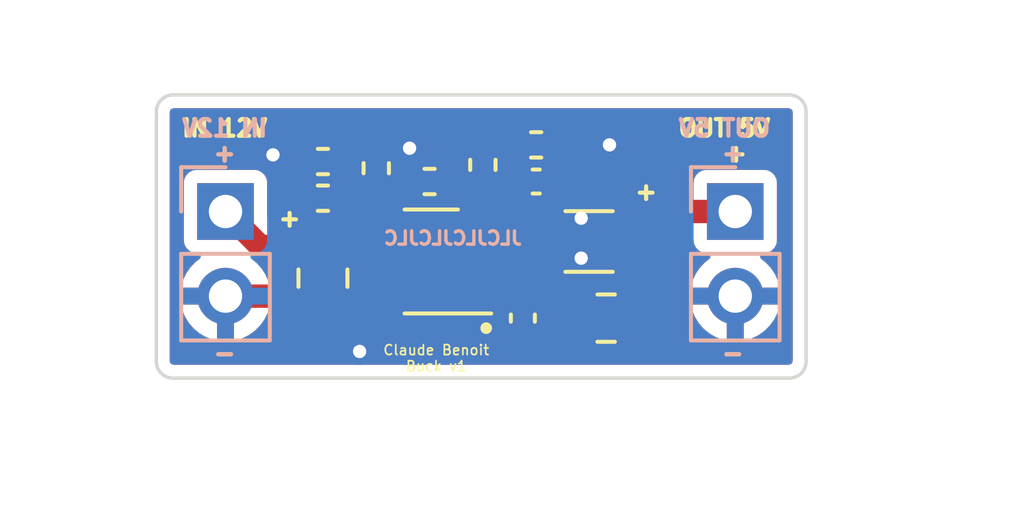
<source format=kicad_pcb>
(kicad_pcb (version 20211014) (generator pcbnew)
  (layers (0 "F.Cu" signal) (31 "B.Cu" signal) (34 "B.Paste" user) (35 "F.Paste" user) (36 "B.SilkS" user "B.Silkscreen") (37 "F.SilkS" user "F.Silkscreen") (38 "B.Mask" user) (39 "F.Mask" user) (44 "Edge.Cuts" user))
  (net 0 "")
  (net 1 "GND")
  (net 2 "/Vin")
  (net 3 "/Vout")
  (net 4 "/Ven")
  (net 5 "/Vfb")
  (net 6 "/BST")
  (net 7 "/LX")
  (net 8 "Net-(R4-Pad2)")
  (net 9 "Net-(R3-Pad2)")
  (footprint "Resistor_SMD:R_0402_1005Metric" (layer "F.Cu") (at 77.5 61.85 -90)
    (fp_text reference "R6")
    (fp_text value "2K7")
    (fp_line (start -0.153641 -0.38) (end 0.153641 -0.38) (layer "F.SilkS") (width 0.12))
    (fp_line (start -0.153641 0.38) (end 0.153641 0.38) (layer "F.SilkS") (width 0.12))
    (pad "1" smd roundrect (at -0.51 0 270) (size 0.54 0.64) (layers "F.Cu" "F.Paste" "F.Mask") (net 9 "Net-(R3-Pad2)"))
    (pad "2" smd roundrect (at 0.51 0 270) (size 0.54 0.64) (layers "F.Cu" "F.Paste" "F.Mask") (net 5 "/Vfb"))
  )
  (footprint "Capacitor_SMD:C_0402_1005Metric" (layer "F.Cu") (at 79.1 62.35)
    (fp_text reference "C4")
    (fp_text value "10n")
    (fp_line (start -0.107836 0.36) (end 0.107836 0.36) (layer "F.SilkS") (width 0.12))
    (fp_line (start -0.107836 -0.36) (end 0.107836 -0.36) (layer "F.SilkS") (width 0.12))
    (pad "1" smd roundrect (at -0.48 0) (size 0.56 0.62) (layers "F.Cu" "F.Paste" "F.Mask") (net 5 "/Vfb"))
    (pad "2" smd roundrect (at 0.48 0) (size 0.56 0.62) (layers "F.Cu" "F.Paste" "F.Mask") (net 3 "/Vout"))
  )
  (footprint "Resistor_SMD:R_0402_1005Metric" (layer "F.Cu") (at 79.1 61.25 180)
    (fp_text reference "R3")
    (fp_text value "51K")
    (fp_line (start -0.153641 -0.38) (end 0.153641 -0.38) (layer "F.SilkS") (width 0.12))
    (fp_line (start -0.153641 0.38) (end 0.153641 0.38) (layer "F.SilkS") (width 0.12))
    (pad "1" smd roundrect (at -0.51 0 180) (size 0.54 0.64) (layers "F.Cu" "F.Paste" "F.Mask") (net 3 "/Vout"))
    (pad "2" smd roundrect (at 0.51 0 180) (size 0.54 0.64) (layers "F.Cu" "F.Paste" "F.Mask") (net 9 "Net-(R3-Pad2)"))
  )
  (footprint "Resistor_SMD:R_0402_1005Metric" (layer "F.Cu") (at 72.7 62.85)
    (fp_text reference "R1")
    (fp_text value "20K")
    (fp_line (start -0.153641 0.38) (end 0.153641 0.38) (layer "F.SilkS") (width 0.12))
    (fp_line (start -0.153641 -0.38) (end 0.153641 -0.38) (layer "F.SilkS") (width 0.12))
    (pad "1" smd roundrect (at -0.51 0) (size 0.54 0.64) (layers "F.Cu" "F.Paste" "F.Mask") (net 2 "/Vin"))
    (pad "2" smd roundrect (at 0.51 0) (size 0.54 0.64) (layers "F.Cu" "F.Paste" "F.Mask") (net 4 "/Ven"))
  )
  (footprint "Package_TO_SOT_SMD:SOT-23-6" (layer "F.Cu") (at 75.95 64.75 180)
    (fp_text reference "U1")
    (fp_text value "TPMP2359DJ")
    (fp_line (start 0 -1.56) (end -1.8 -1.56) (layer "F.SilkS") (width 0.12))
    (fp_line (start 0 1.56) (end 0.8 1.56) (layer "F.SilkS") (width 0.12))
    (fp_line (start 0 -1.56) (end 0.8 -1.56) (layer "F.SilkS") (width 0.12))
    (fp_line (start 0 1.56) (end -0.8 1.56) (layer "F.SilkS") (width 0.12))
    (pad "1" smd roundrect (at -1.1375 -0.95 180) (size 1.325 0.6) (layers "F.Cu" "F.Paste" "F.Mask") (net 6 "/BST"))
    (pad "2" smd roundrect (at -1.1375 0 180) (size 1.325 0.6) (layers "F.Cu" "F.Paste" "F.Mask") (net 1 "GND"))
    (pad "3" smd roundrect (at -1.1375 0.95 180) (size 1.325 0.6) (layers "F.Cu" "F.Paste" "F.Mask") (net 5 "/Vfb"))
    (pad "4" smd roundrect (at 1.1375 0.95 180) (size 1.325 0.6) (layers "F.Cu" "F.Paste" "F.Mask") (net 4 "/Ven"))
    (pad "5" smd roundrect (at 1.1375 0 180) (size 1.325 0.6) (layers "F.Cu" "F.Paste" "F.Mask") (net 2 "/Vin"))
    (pad "6" smd roundrect (at 1.1375 -0.95 180) (size 1.325 0.6) (layers "F.Cu" "F.Paste" "F.Mask") (net 7 "/LX"))
  )
  (footprint "Capacitor_SMD:C_0402_1005Metric" (layer "F.Cu") (at 78.7 66.45 -90)
    (fp_text reference "C2")
    (fp_text value "10n")
    (fp_line (start -0.107836 -0.36) (end 0.107836 -0.36) (layer "F.SilkS") (width 0.12))
    (fp_line (start -0.107836 0.36) (end 0.107836 0.36) (layer "F.SilkS") (width 0.12))
    (pad "1" smd roundrect (at -0.48 0 270) (size 0.56 0.62) (layers "F.Cu" "F.Paste" "F.Mask") (net 6 "/BST"))
    (pad "2" smd roundrect (at 0.48 0 270) (size 0.56 0.62) (layers "F.Cu" "F.Paste" "F.Mask") (net 7 "/LX"))
  )
  (footprint "Capacitor_SMD:C_1206_3216Metric" (layer "F.Cu") (at 80.6875 64.15 180)
    (fp_text reference "C3")
    (fp_text value "47u")
    (fp_line (start -0.711252 -0.91) (end 0.711252 -0.91) (layer "F.SilkS") (width 0.12))
    (fp_line (start -0.711252 0.91) (end 0.711252 0.91) (layer "F.SilkS") (width 0.12))
    (pad "1" smd roundrect (at -1.475 0 180) (size 1.15 1.8) (layers "F.Cu" "F.Paste" "F.Mask") (roundrect_rratio 0.2173913043) (net 3 "/Vout"))
    (pad "2" smd roundrect (at 1.475 0 180) (size 1.15 1.8) (layers "F.Cu" "F.Paste" "F.Mask") (roundrect_rratio 0.2173913043) (net 1 "GND"))
  )
  (footprint "Resistor_SMD:R_0402_1005Metric" (layer "F.Cu") (at 74.3 61.95 90)
    (fp_text reference "R5")
    (fp_text value "5K1")
    (fp_line (start -0.153641 -0.38) (end 0.153641 -0.38) (layer "F.SilkS") (width 0.12))
    (fp_line (start -0.153641 0.38) (end 0.153641 0.38) (layer "F.SilkS") (width 0.12))
    (pad "1" smd roundrect (at -0.51 0 90) (size 0.54 0.64) (layers "F.Cu" "F.Paste" "F.Mask") (net 8 "Net-(R4-Pad2)"))
    (pad "2" smd roundrect (at 0.51 0 90) (size 0.54 0.64) (layers "F.Cu" "F.Paste" "F.Mask") (net 1 "GND"))
  )
  (footprint "Inductor_SMD:L_0805_2012Metric_Pad1.15x1.40mm_HandSolder" (layer "F.Cu") (at 81.2 66.45)
    (fp_text reference "L1")
    (fp_text value "4u7")
    (fp_line (start -0.261252 -0.71) (end 0.261252 -0.71) (layer "F.SilkS") (width 0.12))
    (fp_line (start -0.261252 0.71) (end 0.261252 0.71) (layer "F.SilkS") (width 0.12))
    (pad "1" smd roundrect (at -1.025 0) (size 1.15 1.4) (layers "F.Cu" "F.Paste" "F.Mask") (roundrect_rratio 0.217391) (net 7 "/LX"))
    (pad "2" smd roundrect (at 1.025 0) (size 1.15 1.4) (layers "F.Cu" "F.Paste" "F.Mask") (roundrect_rratio 0.217391) (net 3 "/Vout"))
  )
  (footprint "Resistor_SMD:R_0402_1005Metric" (layer "F.Cu") (at 72.7 61.75 180)
    (fp_text reference "R2")
    (fp_text value "10K")
    (fp_line (start -0.153641 0.38) (end 0.153641 0.38) (layer "F.SilkS") (width 0.12))
    (fp_line (start -0.153641 -0.38) (end 0.153641 -0.38) (layer "F.SilkS") (width 0.12))
    (pad "1" smd roundrect (at -0.51 0 180) (size 0.54 0.64) (layers "F.Cu" "F.Paste" "F.Mask") (net 4 "/Ven"))
    (pad "2" smd roundrect (at 0.51 0 180) (size 0.54 0.64) (layers "F.Cu" "F.Paste" "F.Mask") (net 1 "GND"))
  )
  (footprint "Capacitor_SMD:C_0805_2012Metric" (layer "F.Cu") (at 72.7 65.25 -90)
    (fp_text reference "C1")
    (fp_text value "22u")
    (fp_line (start -0.261252 0.735) (end 0.261252 0.735) (layer "F.SilkS") (width 0.12))
    (fp_line (start -0.261252 -0.735) (end 0.261252 -0.735) (layer "F.SilkS") (width 0.12))
    (pad "1" smd roundrect (at -0.95 0 270) (size 1 1.45) (layers "F.Cu" "F.Paste" "F.Mask") (net 2 "/Vin"))
    (pad "2" smd roundrect (at 0.95 0 270) (size 1 1.45) (layers "F.Cu" "F.Paste" "F.Mask") (net 1 "GND"))
  )
  (footprint "Resistor_SMD:R_0402_1005Metric" (layer "F.Cu") (at 75.9 62.35 180)
    (fp_text reference "R4")
    (fp_text value "5K1")
    (fp_line (start -0.153641 -0.38) (end 0.153641 -0.38) (layer "F.SilkS") (width 0.12))
    (fp_line (start -0.153641 0.38) (end 0.153641 0.38) (layer "F.SilkS") (width 0.12))
    (pad "1" smd roundrect (at -0.51 0 180) (size 0.54 0.64) (layers "F.Cu" "F.Paste" "F.Mask") (net 5 "/Vfb"))
    (pad "2" smd roundrect (at 0.51 0 180) (size 0.54 0.64) (layers "F.Cu" "F.Paste" "F.Mask") (net 8 "Net-(R4-Pad2)"))
  )
  (footprint "Connector_PinSocket_2.54mm:PinSocket_1x02_P2.54mm_Vertical" (layer "B.Cu") (at 69.775 63.25 180)
    (fp_text reference "J1")
    (fp_text value "Conn_01x02_Male")
    (fp_line (start -1.33 -3.87) (end 1.33 -3.87) (layer "B.SilkS") (width 0.12))
    (fp_line (start 0 1.33) (end 1.33 1.33) (layer "B.SilkS") (width 0.12))
    (fp_line (start 1.33 -1.27) (end 1.33 -3.87) (layer "B.SilkS") (width 0.12))
    (fp_line (start 1.33 1.33) (end 1.33 0) (layer "B.SilkS") (width 0.12))
    (fp_line (start -1.33 -1.27) (end 1.33 -1.27) (layer "B.SilkS") (width 0.12))
    (fp_line (start -1.33 -1.27) (end -1.33 -3.87) (layer "B.SilkS") (width 0.12))
    (pad "1" thru_hole rect (at 0 0 180) (size 1.7 1.7) (drill 1) (layers *.Cu *.Mask) (net 2 "/Vin"))
    (pad "2" thru_hole oval (at 0 -2.54 180) (size 1.7 1.7) (drill 1) (layers *.Cu *.Mask) (net 1 "GND"))
  )
  (footprint "Connector_PinSocket_2.54mm:PinSocket_1x02_P2.54mm_Vertical" (layer "B.Cu") (at 85.075 63.25 180)
    (fp_text reference "J2")
    (fp_text value "Conn_01x02_Male")
    (fp_line (start 1.33 -1.27) (end 1.33 -3.87) (layer "B.SilkS") (width 0.12))
    (fp_line (start -1.33 -3.87) (end 1.33 -3.87) (layer "B.SilkS") (width 0.12))
    (fp_line (start -1.33 -1.27) (end 1.33 -1.27) (layer "B.SilkS") (width 0.12))
    (fp_line (start -1.33 -1.27) (end -1.33 -3.87) (layer "B.SilkS") (width 0.12))
    (fp_line (start 0 1.33) (end 1.33 1.33) (layer "B.SilkS") (width 0.12))
    (fp_line (start 1.33 1.33) (end 1.33 0) (layer "B.SilkS") (width 0.12))
    (pad "1" thru_hole rect (at 0 0 180) (size 1.7 1.7) (drill 1) (layers *.Cu *.Mask) (net 3 "/Vout"))
    (pad "2" thru_hole oval (at 0 -2.54 180) (size 1.7 1.7) (drill 1) (layers *.Cu *.Mask) (net 1 "GND"))
  )
  (gr_circle (center 77.6 66.75) (end 77.7 66.75) (layer "F.SilkS") (width 0.15) (fill solid))
  (gr_arc (start 87.2 67.75) (mid 87.053553 68.103553) (end 86.7 68.25) (layer "Edge.Cuts") (width 0.1))
  (gr_line (start 87.2 60.25) (end 87.2 67.75) (layer "Edge.Cuts") (width 0.1))
  (gr_arc (start 68.2 68.25) (mid 67.846447 68.103553) (end 67.7 67.75) (layer "Edge.Cuts") (width 0.1))
  (gr_line (start 86.7 68.25) (end 68.2 68.25) (layer "Edge.Cuts") (width 0.1))
  (gr_arc (start 67.7 60.25) (mid 67.846447 59.896447) (end 68.2 59.75) (layer "Edge.Cuts") (width 0.1))
  (gr_line (start 68.2 59.75) (end 86.7 59.75) (layer "Edge.Cuts") (width 0.1))
  (gr_arc (start 86.7 59.75) (mid 87.053553 59.896447) (end 87.2 60.25) (layer "Edge.Cuts") (width 0.1))
  (gr_line (start 67.7 67.75) (end 67.7 60.25) (layer "Edge.Cuts") (width 0.1))
  (gr_text "OUT 5V" (at 84.75 60.75) (layer "B.SilkS") (effects (font (size 0.5 0.5) (thickness 0.125)) (justify mirror)))
  (gr_text "-" (at 69.749468 67.498829) (layer "B.SilkS") (effects (font (size 0.5 0.5) (thickness 0.125)) (justify mirror)))
  (gr_text "JLCJLCJLCJLC" (at 76.6 64.05) (layer "B.SilkS") (effects (font (size 0.4 0.4) (thickness 0.1)) (justify mirror)))
  (gr_text "IN 12V" (at 69.75 60.75) (layer "B.SilkS") (effects (font (size 0.5 0.5) (thickness 0.125)) (justify mirror)))
  (gr_text "+" (at 85 61.5) (layer "B.SilkS") (effects (font (size 0.5 0.5) (thickness 0.125)) (justify mirror)))
  (gr_text "+" (at 69.75 61.5) (layer "B.SilkS") (effects (font (size 0.5 0.5) (thickness 0.125)) (justify mirror)))
  (gr_text "-" (at 85 67.496596) (layer "B.SilkS") (effects (font (size 0.5 0.5) (thickness 0.125)) (justify mirror)))
  (gr_text "IN 12V" (at 69.75 60.75) (layer "F.SilkS") (effects (font (size 0.5 0.5) (thickness 0.125))))
  (gr_text "OUT 5V" (at 84.75 60.75) (layer "F.SilkS") (effects (font (size 0.5 0.5) (thickness 0.125))))
  (gr_text "+" (at 82.4 62.65) (layer "F.SilkS") (effects (font (size 0.5 0.5) (thickness 0.125))))
  (gr_text "+" (at 85.1 61.5) (layer "F.SilkS") (effects (font (size 0.5 0.5) (thickness 0.125))))
  (gr_text "-" (at 85 67.5) (layer "F.SilkS") (effects (font (size 0.5 0.5) (thickness 0.125))))
  (gr_text "+" (at 69.75 61.5) (layer "F.SilkS") (effects (font (size 0.5 0.5) (thickness 0.125))))
  (gr_text "Claude Benoit\nBuck v1" (at 76.1 67.65) (layer "F.SilkS") (effects (font (size 0.3 0.3) (thickness 0.05))))
  (gr_text "+" (at 71.7 63.45) (layer "F.SilkS") (effects (font (size 0.5 0.5) (thickness 0.125))))
  (gr_text "-" (at 69.75 67.5) (layer "F.SilkS") (effects (font (size 0.5 0.5) (thickness 0.125))))
  (segment (start 71.2 61.55) (end 71.4 61.75) (width 0.3) (layer "F.Cu") (net 1))
  (segment (start 71.4 61.75) (end 72.19 61.75) (width 0.3) (layer "F.Cu") (net 1))
  (segment (start 69.775 65.79) (end 72.29 65.79) (width 0.7) (layer "F.Cu") (net 1))
  (segment (start 74.3 61.44) (end 75.21 61.44) (width 0.3) (layer "F.Cu") (net 1))
  (segment (start 72.29 65.79) (end 72.7 66.2) (width 0.7) (layer "F.Cu") (net 1))
  (segment (start 75.21 61.44) (end 75.3 61.35) (width 0.3) (layer "F.Cu") (net 1))
  (via (at 80.45 63.45) (size 0.8) (drill 0.4) (layers "F.Cu" "B.Cu") (net 1))
  (via (at 81.3 61.25) (size 0.8) (drill 0.4) (layers "F.Cu" "B.Cu") (net 1))
  (via (at 75.3 61.35) (size 0.8) (drill 0.4) (layers "F.Cu" "B.Cu") (net 1))
  (via (at 71.2 61.55) (size 0.8) (drill 0.4) (layers "F.Cu" "B.Cu") (net 1))
  (via (at 73.8 67.45) (size 0.8) (drill 0.4) (layers "F.Cu" "B.Cu") (net 1))
  (via (at 80.45 64.65) (size 0.8) (drill 0.4) (layers "F.Cu" "B.Cu") (net 1))
  (segment (start 74.8125 64.75) (end 74.110051 64.75) (width 0.7) (layer "F.Cu") (net 2))
  (segment (start 74.110051 64.75) (end 73.660051 64.3) (width 0.7) (layer "F.Cu") (net 2))
  (segment (start 70.825 64.3) (end 69.775 63.25) (width 0.7) (layer "F.Cu") (net 2))
  (segment (start 73.660051 64.3) (end 70.825 64.3) (width 0.7) (layer "F.Cu") (net 2))
  (segment (start 72.19 62.85) (end 72.19 63.79) (width 0.3) (layer "F.Cu") (net 2))
  (segment (start 72.19 63.79) (end 72.7 64.3) (width 0.3) (layer "F.Cu") (net 2))
  (segment (start 81.3 62.35) (end 79.48 62.35) (width 0.3) (layer "F.Cu") (net 3))
  (segment (start 83.2 63.25) (end 84.975 63.25) (width 0.7) (layer "F.Cu") (net 3))
  (segment (start 82.225 64.225) (end 82.225 66.45) (width 0.7) (layer "F.Cu") (net 3))
  (segment (start 82.3 64.15) (end 83.2 63.25) (width 0.7) (layer "F.Cu") (net 3))
  (segment (start 82.3 64.15) (end 82.3 63.35) (width 0.3) (layer "F.Cu") (net 3))
  (segment (start 82.3 63.35) (end 81.3 62.35) (width 0.3) (layer "F.Cu") (net 3))
  (segment (start 79.61 61.25) (end 79.61 62.32) (width 0.3) (layer "F.Cu") (net 3))
  (segment (start 79.61 62.32) (end 79.58 62.35) (width 0.3) (layer "F.Cu") (net 3))
  (segment (start 82.3 64.15) (end 82.225 64.225) (width 0.7) (layer "F.Cu") (net 3))
  (segment (start 73.21 61.75) (end 73.21 62.85) (width 0.3) (layer "F.Cu") (net 4))
  (segment (start 74.16 63.8) (end 74.8125 63.8) (width 0.3) (layer "F.Cu") (net 4))
  (segment (start 73.21 62.85) (end 74.16 63.8) (width 0.3) (layer "F.Cu") (net 4))
  (segment (start 76.41 62.35) (end 77.31 62.35) (width 0.3) (layer "F.Cu") (net 5))
  (segment (start 77.0875 62.7725) (end 77.0875 63.8) (width 0.3) (layer "F.Cu") (net 5))
  (segment (start 78.52 62.35) (end 77.49 62.35) (width 0.3) (layer "F.Cu") (net 5))
  (segment (start 77.5 62.36) (end 77.0875 62.7725) (width 0.3) (layer "F.Cu") (net 5))
  (segment (start 77.105 65.87) (end 78.7 65.87) (width 0.7) (layer "F.Cu") (net 6))
  (segment (start 75.9625 66.85) (end 80.075 66.85) (width 0.7) (layer "F.Cu") (net 7))
  (segment (start 74.8125 65.7) (end 75.9625 66.85) (width 0.7) (layer "F.Cu") (net 7))
  (segment (start 80.075 66.85) (end 80.175 66.75) (width 0.7) (layer "F.Cu") (net 7))
  (segment (start 75.39 62.35) (end 74.41 62.35) (width 0.3) (layer "F.Cu") (net 8))
  (segment (start 74.41 62.35) (end 74.3 62.46) (width 0.3) (layer "F.Cu") (net 8))
  (segment (start 77.5 61.34) (end 77.59 61.25) (width 0.3) (layer "F.Cu") (net 9))
  (segment (start 77.59 61.25) (end 78.59 61.25) (width 0.3) (layer "F.Cu") (net 9))
  (zone (net 1) (net_name "GND") (layer "F.Cu") (connect_pads (clearance 0.4)) (min_thickness 0.2) (fill yes (thermal_gap 0.508) (thermal_bridge_width 0.508))
    (polygon (pts (xy 87.2 68.25) (xy 67.85 68.25) (xy 67.85 59.85) (xy 87.2 59.85)))
  )
  (zone (net 1) (net_name "GND") (layer "F.Cu") (connect_pads yes (clearance 0.25)) (min_thickness 0.254) (fill yes (thermal_gap 0.508) (thermal_bridge_width 0.508))
    (polygon (pts (xy 80.9 65.15) (xy 78.1 65.15) (xy 76.3 65.15) (xy 76.3 64.35) (xy 78.1 64.35) (xy 78.1 63.05) (xy 80.9 63.05)))
  )
  (zone (net 1) (net_name "GND") (layer "B.Cu") (connect_pads (clearance 0.4)) (min_thickness 0.2) (fill yes (thermal_gap 0.508) (thermal_bridge_width 0.508))
    (polygon (pts (xy 87.15 68.2) (xy 67.8 68.2) (xy 67.8 59.8) (xy 87.15 59.8)))
  )
)
</source>
